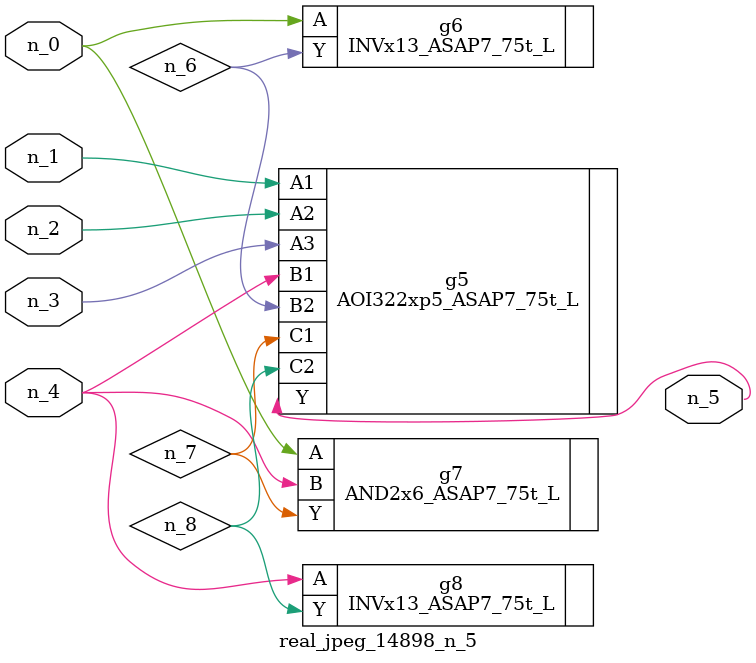
<source format=v>
module real_jpeg_14898_n_5 (n_4, n_0, n_1, n_2, n_3, n_5);

input n_4;
input n_0;
input n_1;
input n_2;
input n_3;

output n_5;

wire n_8;
wire n_6;
wire n_7;

INVx13_ASAP7_75t_L g6 ( 
.A(n_0),
.Y(n_6)
);

AND2x6_ASAP7_75t_L g7 ( 
.A(n_0),
.B(n_4),
.Y(n_7)
);

AOI322xp5_ASAP7_75t_L g5 ( 
.A1(n_1),
.A2(n_2),
.A3(n_3),
.B1(n_4),
.B2(n_6),
.C1(n_7),
.C2(n_8),
.Y(n_5)
);

INVx13_ASAP7_75t_L g8 ( 
.A(n_4),
.Y(n_8)
);


endmodule
</source>
